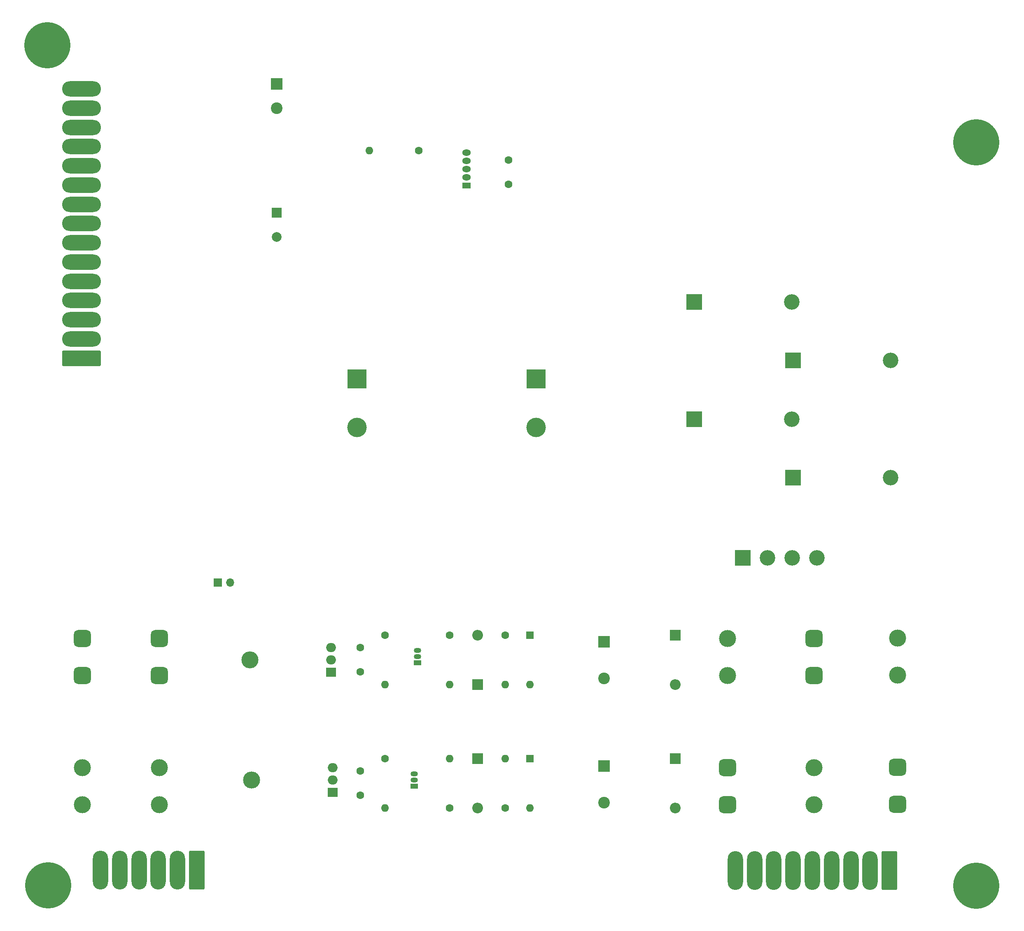
<source format=gbs>
G04 #@! TF.GenerationSoftware,KiCad,Pcbnew,7.0.10-7.0.10~ubuntu22.04.1*
G04 #@! TF.CreationDate,2024-02-02T11:31:48-05:00*
G04 #@! TF.ProjectId,sys11c-power-supply,73797331-3163-42d7-906f-7765722d7375,1.0*
G04 #@! TF.SameCoordinates,Original*
G04 #@! TF.FileFunction,Soldermask,Bot*
G04 #@! TF.FilePolarity,Negative*
%FSLAX46Y46*%
G04 Gerber Fmt 4.6, Leading zero omitted, Abs format (unit mm)*
G04 Created by KiCad (PCBNEW 7.0.10-7.0.10~ubuntu22.04.1) date 2024-02-02 11:31:48*
%MOMM*%
%LPD*%
G01*
G04 APERTURE LIST*
G04 Aperture macros list*
%AMRoundRect*
0 Rectangle with rounded corners*
0 $1 Rounding radius*
0 $2 $3 $4 $5 $6 $7 $8 $9 X,Y pos of 4 corners*
0 Add a 4 corners polygon primitive as box body*
4,1,4,$2,$3,$4,$5,$6,$7,$8,$9,$2,$3,0*
0 Add four circle primitives for the rounded corners*
1,1,$1+$1,$2,$3*
1,1,$1+$1,$4,$5*
1,1,$1+$1,$6,$7*
1,1,$1+$1,$8,$9*
0 Add four rect primitives between the rounded corners*
20,1,$1+$1,$2,$3,$4,$5,0*
20,1,$1+$1,$4,$5,$6,$7,0*
20,1,$1+$1,$6,$7,$8,$9,0*
20,1,$1+$1,$8,$9,$2,$3,0*%
G04 Aperture macros list end*
%ADD10C,1.600000*%
%ADD11R,1.800000X1.275000*%
%ADD12O,1.800000X1.275000*%
%ADD13O,1.600000X1.600000*%
%ADD14RoundRect,0.875000X0.875000X-0.875000X0.875000X0.875000X-0.875000X0.875000X-0.875000X-0.875000X0*%
%ADD15C,3.500000*%
%ADD16R,2.400000X2.400000*%
%ADD17C,2.400000*%
%ADD18R,2.200000X2.200000*%
%ADD19O,2.200000X2.200000*%
%ADD20R,3.200000X3.200000*%
%ADD21C,3.200000*%
%ADD22O,3.500000X3.500000*%
%ADD23R,2.000000X1.905000*%
%ADD24O,2.000000X1.905000*%
%ADD25RoundRect,0.875000X-0.875000X0.875000X-0.875000X-0.875000X0.875000X-0.875000X0.875000X0.875000X0*%
%ADD26O,3.200000X3.200000*%
%ADD27R,1.500000X1.050000*%
%ADD28O,1.500000X1.050000*%
%ADD29RoundRect,0.250000X3.750000X-1.330000X3.750000X1.330000X-3.750000X1.330000X-3.750000X-1.330000X0*%
%ADD30O,8.000000X3.160000*%
%ADD31R,4.000000X4.000000*%
%ADD32C,4.000000*%
%ADD33C,9.500000*%
%ADD34RoundRect,0.250000X1.330000X3.750000X-1.330000X3.750000X-1.330000X-3.750000X1.330000X-3.750000X0*%
%ADD35O,3.160000X8.000000*%
%ADD36R,1.600000X1.600000*%
%ADD37R,1.700000X1.700000*%
%ADD38O,1.700000X1.700000*%
%ADD39R,2.000000X2.000000*%
%ADD40C,2.000000*%
G04 APERTURE END LIST*
D10*
X141605000Y-194350000D03*
X141605000Y-199350000D03*
D11*
X163505000Y-73885000D03*
D12*
X163505000Y-72185000D03*
X163505000Y-70485000D03*
X163505000Y-68785000D03*
X163505000Y-67085000D03*
D10*
X160020000Y-166370000D03*
D13*
X160020000Y-176530000D03*
D14*
X217170000Y-201255000D03*
X217170000Y-193635000D03*
D15*
X217170000Y-174665000D03*
X217170000Y-167045000D03*
D16*
X191770000Y-193337246D03*
D17*
X191770000Y-200837246D03*
D10*
X160020000Y-201930000D03*
D13*
X160020000Y-191770000D03*
D18*
X206375000Y-191770000D03*
D19*
X206375000Y-201930000D03*
D20*
X220294200Y-150495000D03*
D21*
X225374200Y-150495000D03*
X230454200Y-150495000D03*
X235534200Y-150495000D03*
D22*
X118935000Y-171450000D03*
D23*
X135595000Y-173990000D03*
D24*
X135595000Y-171450000D03*
X135595000Y-168910000D03*
D18*
X165735000Y-191770000D03*
D19*
X165735000Y-201930000D03*
D25*
X100330000Y-167045000D03*
X100330000Y-174665000D03*
D15*
X100330000Y-193635000D03*
X100330000Y-201255000D03*
D20*
X210345000Y-97790000D03*
D26*
X230345000Y-97790000D03*
D27*
X153395000Y-172085000D03*
D28*
X153395000Y-170815000D03*
X153395000Y-169545000D03*
D29*
X84298200Y-109391200D03*
D30*
X84298200Y-105431200D03*
X84298200Y-101471200D03*
X84298200Y-97511200D03*
X84298200Y-93551200D03*
X84298200Y-89591200D03*
X84298200Y-85631200D03*
X84298200Y-81671200D03*
X84298200Y-77711200D03*
X84298200Y-73751200D03*
X84298200Y-69791200D03*
X84298200Y-65831200D03*
X84298200Y-61871200D03*
X84298200Y-57911200D03*
X84298200Y-53951200D03*
D31*
X140970000Y-113665000D03*
D32*
X140970000Y-123665000D03*
D33*
X268345200Y-217951800D03*
D10*
X172085000Y-73620000D03*
X172085000Y-68620000D03*
D25*
X84455000Y-167045000D03*
X84455000Y-174665000D03*
D15*
X84455000Y-193635000D03*
X84455000Y-201255000D03*
D33*
X77323200Y-44943800D03*
D20*
X230665000Y-109855000D03*
D26*
X250665000Y-109855000D03*
D33*
X268345800Y-64918000D03*
D10*
X146685000Y-191770000D03*
D13*
X146685000Y-201930000D03*
D25*
X234950000Y-167045000D03*
X234950000Y-174665000D03*
D15*
X234950000Y-193635000D03*
X234950000Y-201255000D03*
D22*
X119290600Y-196215000D03*
D23*
X135950600Y-198755000D03*
D24*
X135950600Y-196215000D03*
X135950600Y-193675000D03*
D18*
X165735000Y-176530000D03*
D19*
X165735000Y-166370000D03*
D10*
X171450000Y-166370000D03*
D13*
X171450000Y-176530000D03*
D31*
X177800000Y-113665000D03*
D32*
X177800000Y-123665000D03*
D18*
X206375000Y-166370000D03*
D19*
X206375000Y-176530000D03*
D34*
X250447400Y-214826600D03*
D35*
X246487400Y-214826600D03*
X242527400Y-214826600D03*
X238567400Y-214826600D03*
X234607400Y-214826600D03*
X230647400Y-214826600D03*
X226687400Y-214826600D03*
X222727400Y-214826600D03*
X218767400Y-214826600D03*
D27*
X152760000Y-197485000D03*
D28*
X152760000Y-196215000D03*
X152760000Y-194945000D03*
D36*
X176530000Y-166370000D03*
D13*
X176530000Y-176530000D03*
D34*
X108033200Y-214742400D03*
D35*
X104073200Y-214742400D03*
X100113200Y-214742400D03*
X96153200Y-214742400D03*
X92193200Y-214742400D03*
X88233200Y-214742400D03*
D37*
X112390000Y-155575000D03*
D38*
X114930000Y-155575000D03*
D20*
X230665000Y-133985000D03*
D26*
X250665000Y-133985000D03*
D33*
X77424800Y-217876000D03*
D20*
X210345000Y-121920000D03*
D26*
X230345000Y-121920000D03*
D16*
X124460000Y-52921041D03*
D17*
X124460000Y-57921041D03*
D36*
X176530000Y-191770000D03*
D13*
X176530000Y-201930000D03*
D10*
X146685000Y-166370000D03*
D13*
X146685000Y-176530000D03*
D16*
X191770000Y-167760000D03*
D17*
X191770000Y-175260000D03*
D10*
X171450000Y-201930000D03*
D13*
X171450000Y-191770000D03*
D10*
X153670000Y-66675000D03*
D13*
X143510000Y-66675000D03*
D14*
X252095000Y-201215000D03*
X252095000Y-193595000D03*
D15*
X252095000Y-174625000D03*
X252095000Y-167005000D03*
D10*
X141605000Y-168950000D03*
X141605000Y-173950000D03*
D39*
X124460000Y-79455000D03*
D40*
X124460000Y-84455000D03*
M02*

</source>
